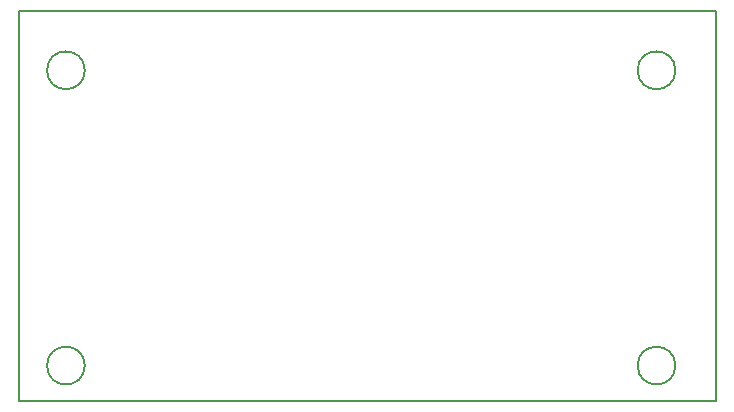
<source format=gbr>
G04 #@! TF.FileFunction,Other,User*
%FSLAX46Y46*%
G04 Gerber Fmt 4.6, Leading zero omitted, Abs format (unit mm)*
G04 Created by KiCad (PCBNEW 4.0.5) date 03/21/17 09:35:26*
%MOMM*%
%LPD*%
G01*
G04 APERTURE LIST*
%ADD10C,0.100000*%
%ADD11C,0.200000*%
G04 APERTURE END LIST*
D10*
D11*
X126000000Y-130000000D02*
X126000000Y-163000000D01*
X126000000Y-163000000D02*
X126000000Y-130000000D01*
X185000000Y-163000000D02*
X126000000Y-163000000D01*
X185000000Y-130000000D02*
X185000000Y-163000000D01*
X126000000Y-130000000D02*
X185000000Y-130000000D01*
X181600000Y-135000000D02*
G75*
G03X181600000Y-135000000I-1600000J0D01*
G01*
X131600000Y-135000000D02*
G75*
G03X131600000Y-135000000I-1600000J0D01*
G01*
X181600000Y-160000000D02*
G75*
G03X181600000Y-160000000I-1600000J0D01*
G01*
X131600000Y-160000000D02*
G75*
G03X131600000Y-160000000I-1600000J0D01*
G01*
M02*

</source>
